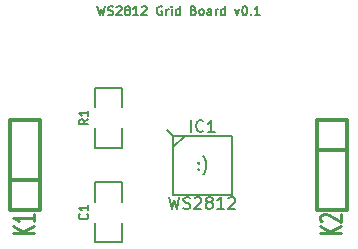
<source format=gto>
G04 (created by PCBNEW (2013-07-07 BZR 4022)-stable) date 2014-02-06 11:32:22 PM*
%MOIN*%
G04 Gerber Fmt 3.4, Leading zero omitted, Abs format*
%FSLAX34Y34*%
G01*
G70*
G90*
G04 APERTURE LIST*
%ADD10C,0.00590551*%
%ADD11C,0.005*%
%ADD12C,0.012*%
%ADD13C,0.0106*%
G04 APERTURE END LIST*
G54D10*
X13034Y-10060D02*
X13104Y-10355D01*
X13160Y-10144D01*
X13217Y-10355D01*
X13287Y-10060D01*
X13385Y-10341D02*
X13428Y-10355D01*
X13498Y-10355D01*
X13526Y-10341D01*
X13540Y-10327D01*
X13554Y-10299D01*
X13554Y-10271D01*
X13540Y-10243D01*
X13526Y-10229D01*
X13498Y-10215D01*
X13442Y-10201D01*
X13413Y-10187D01*
X13399Y-10172D01*
X13385Y-10144D01*
X13385Y-10116D01*
X13399Y-10088D01*
X13413Y-10074D01*
X13442Y-10060D01*
X13512Y-10060D01*
X13554Y-10074D01*
X13667Y-10088D02*
X13681Y-10074D01*
X13709Y-10060D01*
X13779Y-10060D01*
X13807Y-10074D01*
X13821Y-10088D01*
X13835Y-10116D01*
X13835Y-10144D01*
X13821Y-10187D01*
X13652Y-10355D01*
X13835Y-10355D01*
X14004Y-10187D02*
X13976Y-10172D01*
X13962Y-10158D01*
X13948Y-10130D01*
X13948Y-10116D01*
X13962Y-10088D01*
X13976Y-10074D01*
X14004Y-10060D01*
X14060Y-10060D01*
X14088Y-10074D01*
X14102Y-10088D01*
X14116Y-10116D01*
X14116Y-10130D01*
X14102Y-10158D01*
X14088Y-10172D01*
X14060Y-10187D01*
X14004Y-10187D01*
X13976Y-10201D01*
X13962Y-10215D01*
X13948Y-10243D01*
X13948Y-10299D01*
X13962Y-10327D01*
X13976Y-10341D01*
X14004Y-10355D01*
X14060Y-10355D01*
X14088Y-10341D01*
X14102Y-10327D01*
X14116Y-10299D01*
X14116Y-10243D01*
X14102Y-10215D01*
X14088Y-10201D01*
X14060Y-10187D01*
X14398Y-10355D02*
X14229Y-10355D01*
X14313Y-10355D02*
X14313Y-10060D01*
X14285Y-10102D01*
X14257Y-10130D01*
X14229Y-10144D01*
X14510Y-10088D02*
X14524Y-10074D01*
X14552Y-10060D01*
X14623Y-10060D01*
X14651Y-10074D01*
X14665Y-10088D01*
X14679Y-10116D01*
X14679Y-10144D01*
X14665Y-10187D01*
X14496Y-10355D01*
X14679Y-10355D01*
X15185Y-10074D02*
X15157Y-10060D01*
X15115Y-10060D01*
X15073Y-10074D01*
X15044Y-10102D01*
X15030Y-10130D01*
X15016Y-10187D01*
X15016Y-10229D01*
X15030Y-10285D01*
X15044Y-10313D01*
X15073Y-10341D01*
X15115Y-10355D01*
X15143Y-10355D01*
X15185Y-10341D01*
X15199Y-10327D01*
X15199Y-10229D01*
X15143Y-10229D01*
X15326Y-10355D02*
X15326Y-10158D01*
X15326Y-10215D02*
X15340Y-10187D01*
X15354Y-10172D01*
X15382Y-10158D01*
X15410Y-10158D01*
X15508Y-10355D02*
X15508Y-10158D01*
X15508Y-10060D02*
X15494Y-10074D01*
X15508Y-10088D01*
X15523Y-10074D01*
X15508Y-10060D01*
X15508Y-10088D01*
X15776Y-10355D02*
X15776Y-10060D01*
X15776Y-10341D02*
X15748Y-10355D01*
X15691Y-10355D01*
X15663Y-10341D01*
X15649Y-10327D01*
X15635Y-10299D01*
X15635Y-10215D01*
X15649Y-10187D01*
X15663Y-10172D01*
X15691Y-10158D01*
X15748Y-10158D01*
X15776Y-10172D01*
X16240Y-10201D02*
X16282Y-10215D01*
X16296Y-10229D01*
X16310Y-10257D01*
X16310Y-10299D01*
X16296Y-10327D01*
X16282Y-10341D01*
X16254Y-10355D01*
X16141Y-10355D01*
X16141Y-10060D01*
X16240Y-10060D01*
X16268Y-10074D01*
X16282Y-10088D01*
X16296Y-10116D01*
X16296Y-10144D01*
X16282Y-10172D01*
X16268Y-10187D01*
X16240Y-10201D01*
X16141Y-10201D01*
X16479Y-10355D02*
X16451Y-10341D01*
X16437Y-10327D01*
X16422Y-10299D01*
X16422Y-10215D01*
X16437Y-10187D01*
X16451Y-10172D01*
X16479Y-10158D01*
X16521Y-10158D01*
X16549Y-10172D01*
X16563Y-10187D01*
X16577Y-10215D01*
X16577Y-10299D01*
X16563Y-10327D01*
X16549Y-10341D01*
X16521Y-10355D01*
X16479Y-10355D01*
X16830Y-10355D02*
X16830Y-10201D01*
X16816Y-10172D01*
X16788Y-10158D01*
X16732Y-10158D01*
X16704Y-10172D01*
X16830Y-10341D02*
X16802Y-10355D01*
X16732Y-10355D01*
X16704Y-10341D01*
X16690Y-10313D01*
X16690Y-10285D01*
X16704Y-10257D01*
X16732Y-10243D01*
X16802Y-10243D01*
X16830Y-10229D01*
X16971Y-10355D02*
X16971Y-10158D01*
X16971Y-10215D02*
X16985Y-10187D01*
X16999Y-10172D01*
X17027Y-10158D01*
X17055Y-10158D01*
X17280Y-10355D02*
X17280Y-10060D01*
X17280Y-10341D02*
X17252Y-10355D01*
X17196Y-10355D01*
X17168Y-10341D01*
X17154Y-10327D01*
X17140Y-10299D01*
X17140Y-10215D01*
X17154Y-10187D01*
X17168Y-10172D01*
X17196Y-10158D01*
X17252Y-10158D01*
X17280Y-10172D01*
X17618Y-10158D02*
X17688Y-10355D01*
X17758Y-10158D01*
X17927Y-10060D02*
X17955Y-10060D01*
X17983Y-10074D01*
X17997Y-10088D01*
X18011Y-10116D01*
X18025Y-10172D01*
X18025Y-10243D01*
X18011Y-10299D01*
X17997Y-10327D01*
X17983Y-10341D01*
X17955Y-10355D01*
X17927Y-10355D01*
X17899Y-10341D01*
X17885Y-10327D01*
X17871Y-10299D01*
X17857Y-10243D01*
X17857Y-10172D01*
X17871Y-10116D01*
X17885Y-10088D01*
X17899Y-10074D01*
X17927Y-10060D01*
X18152Y-10327D02*
X18166Y-10341D01*
X18152Y-10355D01*
X18138Y-10341D01*
X18152Y-10327D01*
X18152Y-10355D01*
X18447Y-10355D02*
X18278Y-10355D01*
X18363Y-10355D02*
X18363Y-10060D01*
X18335Y-10102D01*
X18307Y-10130D01*
X18278Y-10144D01*
X15551Y-14370D02*
X15354Y-14173D01*
X15944Y-14370D02*
X15551Y-14763D01*
X17519Y-16338D02*
X17519Y-14370D01*
X17519Y-14370D02*
X15551Y-14370D01*
X15551Y-14370D02*
X15551Y-16338D01*
X15551Y-16338D02*
X17519Y-16338D01*
G54D11*
X12935Y-14779D02*
X13835Y-14779D01*
X13835Y-14779D02*
X13835Y-14129D01*
X12935Y-13429D02*
X12935Y-12779D01*
X12935Y-12779D02*
X13835Y-12779D01*
X13835Y-12779D02*
X13835Y-13429D01*
X12935Y-14129D02*
X12935Y-14779D01*
X13835Y-15929D02*
X12935Y-15929D01*
X12935Y-15929D02*
X12935Y-16579D01*
X13835Y-17279D02*
X13835Y-17929D01*
X13835Y-17929D02*
X12935Y-17929D01*
X12935Y-17929D02*
X12935Y-17279D01*
X13835Y-16579D02*
X13835Y-15929D01*
G54D12*
X11129Y-16854D02*
X10129Y-16854D01*
X10129Y-16854D02*
X10129Y-13854D01*
X10129Y-13854D02*
X11129Y-13854D01*
X11129Y-13854D02*
X11129Y-16854D01*
X10129Y-15854D02*
X11129Y-15854D01*
X20366Y-13854D02*
X21366Y-13854D01*
X21366Y-13854D02*
X21366Y-16854D01*
X21366Y-16854D02*
X20366Y-16854D01*
X20366Y-16854D02*
X20366Y-13854D01*
X21366Y-14854D02*
X20366Y-14854D01*
G54D10*
X16151Y-14253D02*
X16151Y-13860D01*
X16563Y-14216D02*
X16544Y-14235D01*
X16488Y-14253D01*
X16451Y-14253D01*
X16394Y-14235D01*
X16357Y-14197D01*
X16338Y-14160D01*
X16319Y-14085D01*
X16319Y-14028D01*
X16338Y-13953D01*
X16357Y-13916D01*
X16394Y-13878D01*
X16451Y-13860D01*
X16488Y-13860D01*
X16544Y-13878D01*
X16563Y-13897D01*
X16938Y-14253D02*
X16713Y-14253D01*
X16826Y-14253D02*
X16826Y-13860D01*
X16788Y-13916D01*
X16751Y-13953D01*
X16713Y-13972D01*
X15429Y-16419D02*
X15523Y-16812D01*
X15598Y-16531D01*
X15673Y-16812D01*
X15766Y-16419D01*
X15898Y-16794D02*
X15954Y-16812D01*
X16047Y-16812D01*
X16085Y-16794D01*
X16104Y-16775D01*
X16122Y-16737D01*
X16122Y-16700D01*
X16104Y-16662D01*
X16085Y-16644D01*
X16047Y-16625D01*
X15973Y-16606D01*
X15935Y-16587D01*
X15916Y-16569D01*
X15898Y-16531D01*
X15898Y-16494D01*
X15916Y-16456D01*
X15935Y-16437D01*
X15973Y-16419D01*
X16066Y-16419D01*
X16122Y-16437D01*
X16272Y-16456D02*
X16291Y-16437D01*
X16329Y-16419D01*
X16422Y-16419D01*
X16460Y-16437D01*
X16479Y-16456D01*
X16497Y-16494D01*
X16497Y-16531D01*
X16479Y-16587D01*
X16254Y-16812D01*
X16497Y-16812D01*
X16722Y-16587D02*
X16685Y-16569D01*
X16666Y-16550D01*
X16647Y-16512D01*
X16647Y-16494D01*
X16666Y-16456D01*
X16685Y-16437D01*
X16722Y-16419D01*
X16797Y-16419D01*
X16835Y-16437D01*
X16854Y-16456D01*
X16872Y-16494D01*
X16872Y-16512D01*
X16854Y-16550D01*
X16835Y-16569D01*
X16797Y-16587D01*
X16722Y-16587D01*
X16685Y-16606D01*
X16666Y-16625D01*
X16647Y-16662D01*
X16647Y-16737D01*
X16666Y-16775D01*
X16685Y-16794D01*
X16722Y-16812D01*
X16797Y-16812D01*
X16835Y-16794D01*
X16854Y-16775D01*
X16872Y-16737D01*
X16872Y-16662D01*
X16854Y-16625D01*
X16835Y-16606D01*
X16797Y-16587D01*
X17247Y-16812D02*
X17022Y-16812D01*
X17135Y-16812D02*
X17135Y-16419D01*
X17097Y-16475D01*
X17060Y-16512D01*
X17022Y-16531D01*
X17397Y-16456D02*
X17416Y-16437D01*
X17454Y-16419D01*
X17547Y-16419D01*
X17585Y-16437D01*
X17604Y-16456D01*
X17622Y-16494D01*
X17622Y-16531D01*
X17604Y-16587D01*
X17379Y-16812D01*
X17622Y-16812D01*
X16404Y-15476D02*
X16422Y-15494D01*
X16404Y-15513D01*
X16385Y-15494D01*
X16404Y-15476D01*
X16404Y-15513D01*
X16404Y-15269D02*
X16422Y-15288D01*
X16404Y-15307D01*
X16385Y-15288D01*
X16404Y-15269D01*
X16404Y-15307D01*
X16554Y-15663D02*
X16572Y-15644D01*
X16610Y-15588D01*
X16629Y-15551D01*
X16647Y-15494D01*
X16666Y-15401D01*
X16666Y-15326D01*
X16647Y-15232D01*
X16629Y-15176D01*
X16610Y-15138D01*
X16572Y-15082D01*
X16554Y-15063D01*
G54D11*
X12719Y-13829D02*
X12576Y-13929D01*
X12719Y-14000D02*
X12419Y-14000D01*
X12419Y-13886D01*
X12434Y-13858D01*
X12448Y-13843D01*
X12476Y-13829D01*
X12519Y-13829D01*
X12548Y-13843D01*
X12562Y-13858D01*
X12576Y-13886D01*
X12576Y-14000D01*
X12719Y-13543D02*
X12719Y-13715D01*
X12719Y-13629D02*
X12419Y-13629D01*
X12462Y-13658D01*
X12491Y-13686D01*
X12505Y-13715D01*
X12691Y-16979D02*
X12705Y-16993D01*
X12719Y-17036D01*
X12719Y-17064D01*
X12705Y-17107D01*
X12676Y-17136D01*
X12648Y-17150D01*
X12591Y-17164D01*
X12548Y-17164D01*
X12491Y-17150D01*
X12462Y-17136D01*
X12434Y-17107D01*
X12419Y-17064D01*
X12419Y-17036D01*
X12434Y-16993D01*
X12448Y-16979D01*
X12719Y-16693D02*
X12719Y-16864D01*
X12719Y-16779D02*
X12419Y-16779D01*
X12462Y-16807D01*
X12491Y-16836D01*
X12505Y-16864D01*
G54D13*
X10915Y-17635D02*
X10210Y-17635D01*
X10915Y-17393D02*
X10512Y-17575D01*
X10210Y-17393D02*
X10613Y-17635D01*
X10915Y-16989D02*
X10915Y-17231D01*
X10915Y-17110D02*
X10210Y-17110D01*
X10310Y-17151D01*
X10378Y-17191D01*
X10411Y-17231D01*
G54D12*
G54D13*
X21151Y-17635D02*
X20446Y-17635D01*
X21151Y-17393D02*
X20748Y-17575D01*
X20446Y-17393D02*
X20849Y-17635D01*
X20513Y-17231D02*
X20480Y-17211D01*
X20446Y-17171D01*
X20446Y-17070D01*
X20480Y-17030D01*
X20513Y-17009D01*
X20580Y-16989D01*
X20647Y-16989D01*
X20748Y-17009D01*
X21151Y-17252D01*
X21151Y-16989D01*
G54D12*
M02*

</source>
